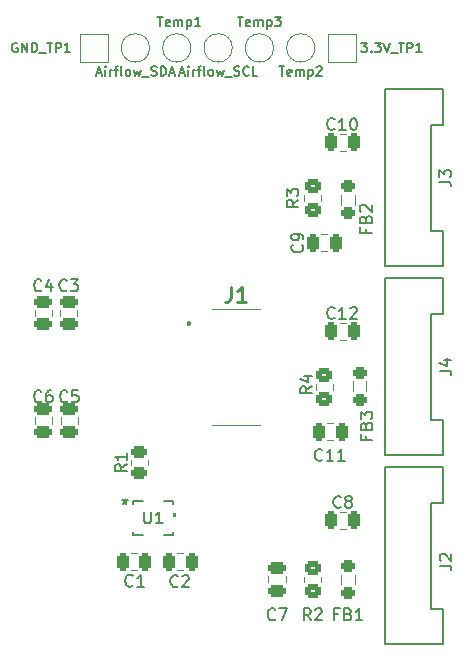
<source format=gto>
%TF.GenerationSoftware,KiCad,Pcbnew,7.0.9*%
%TF.CreationDate,2023-11-28T01:13:51-06:00*%
%TF.ProjectId,Telemetry-Peripheral-SOM-Daughterboard-IMU,54656c65-6d65-4747-9279-2d5065726970,rev?*%
%TF.SameCoordinates,Original*%
%TF.FileFunction,Legend,Top*%
%TF.FilePolarity,Positive*%
%FSLAX46Y46*%
G04 Gerber Fmt 4.6, Leading zero omitted, Abs format (unit mm)*
G04 Created by KiCad (PCBNEW 7.0.9) date 2023-11-28 01:13:51*
%MOMM*%
%LPD*%
G01*
G04 APERTURE LIST*
G04 Aperture macros list*
%AMRoundRect*
0 Rectangle with rounded corners*
0 $1 Rounding radius*
0 $2 $3 $4 $5 $6 $7 $8 $9 X,Y pos of 4 corners*
0 Add a 4 corners polygon primitive as box body*
4,1,4,$2,$3,$4,$5,$6,$7,$8,$9,$2,$3,0*
0 Add four circle primitives for the rounded corners*
1,1,$1+$1,$2,$3*
1,1,$1+$1,$4,$5*
1,1,$1+$1,$6,$7*
1,1,$1+$1,$8,$9*
0 Add four rect primitives between the rounded corners*
20,1,$1+$1,$2,$3,$4,$5,0*
20,1,$1+$1,$4,$5,$6,$7,0*
20,1,$1+$1,$6,$7,$8,$9,0*
20,1,$1+$1,$8,$9,$2,$3,0*%
G04 Aperture macros list end*
%ADD10C,0.150000*%
%ADD11C,0.254000*%
%ADD12C,0.120000*%
%ADD13C,0.100000*%
%ADD14C,0.300000*%
%ADD15C,0.152400*%
%ADD16RoundRect,0.250000X-0.250000X-0.475000X0.250000X-0.475000X0.250000X0.475000X-0.250000X0.475000X0*%
%ADD17RoundRect,0.250000X0.250000X0.475000X-0.250000X0.475000X-0.250000X-0.475000X0.250000X-0.475000X0*%
%ADD18RoundRect,0.250000X0.475000X-0.250000X0.475000X0.250000X-0.475000X0.250000X-0.475000X-0.250000X0*%
%ADD19C,1.270000*%
%ADD20C,1.700000*%
%ADD21RoundRect,0.250000X-0.350000X0.275000X-0.350000X-0.275000X0.350000X-0.275000X0.350000X0.275000X0*%
%ADD22C,2.000000*%
%ADD23R,1.800000X0.550000*%
%ADD24RoundRect,0.250000X-0.475000X0.250000X-0.475000X-0.250000X0.475000X-0.250000X0.475000X0.250000X0*%
%ADD25RoundRect,0.250000X0.450000X-0.350000X0.450000X0.350000X-0.450000X0.350000X-0.450000X-0.350000X0*%
%ADD26R,2.000000X2.000000*%
%ADD27R,0.533400X0.304800*%
%ADD28R,0.304800X0.533400*%
%ADD29C,3.000000*%
%ADD30RoundRect,0.250000X-0.450000X0.262500X-0.450000X-0.262500X0.450000X-0.262500X0.450000X0.262500X0*%
G04 APERTURE END LIST*
D10*
X157764734Y-109509580D02*
X157717115Y-109557200D01*
X157717115Y-109557200D02*
X157574258Y-109604819D01*
X157574258Y-109604819D02*
X157479020Y-109604819D01*
X157479020Y-109604819D02*
X157336163Y-109557200D01*
X157336163Y-109557200D02*
X157240925Y-109461961D01*
X157240925Y-109461961D02*
X157193306Y-109366723D01*
X157193306Y-109366723D02*
X157145687Y-109176247D01*
X157145687Y-109176247D02*
X157145687Y-109033390D01*
X157145687Y-109033390D02*
X157193306Y-108842914D01*
X157193306Y-108842914D02*
X157240925Y-108747676D01*
X157240925Y-108747676D02*
X157336163Y-108652438D01*
X157336163Y-108652438D02*
X157479020Y-108604819D01*
X157479020Y-108604819D02*
X157574258Y-108604819D01*
X157574258Y-108604819D02*
X157717115Y-108652438D01*
X157717115Y-108652438D02*
X157764734Y-108700057D01*
X158717115Y-109604819D02*
X158145687Y-109604819D01*
X158431401Y-109604819D02*
X158431401Y-108604819D01*
X158431401Y-108604819D02*
X158336163Y-108747676D01*
X158336163Y-108747676D02*
X158240925Y-108842914D01*
X158240925Y-108842914D02*
X158145687Y-108890533D01*
X172109580Y-80666666D02*
X172157200Y-80714285D01*
X172157200Y-80714285D02*
X172204819Y-80857142D01*
X172204819Y-80857142D02*
X172204819Y-80952380D01*
X172204819Y-80952380D02*
X172157200Y-81095237D01*
X172157200Y-81095237D02*
X172061961Y-81190475D01*
X172061961Y-81190475D02*
X171966723Y-81238094D01*
X171966723Y-81238094D02*
X171776247Y-81285713D01*
X171776247Y-81285713D02*
X171633390Y-81285713D01*
X171633390Y-81285713D02*
X171442914Y-81238094D01*
X171442914Y-81238094D02*
X171347676Y-81190475D01*
X171347676Y-81190475D02*
X171252438Y-81095237D01*
X171252438Y-81095237D02*
X171204819Y-80952380D01*
X171204819Y-80952380D02*
X171204819Y-80857142D01*
X171204819Y-80857142D02*
X171252438Y-80714285D01*
X171252438Y-80714285D02*
X171300057Y-80666666D01*
X172204819Y-80190475D02*
X172204819Y-79999999D01*
X172204819Y-79999999D02*
X172157200Y-79904761D01*
X172157200Y-79904761D02*
X172109580Y-79857142D01*
X172109580Y-79857142D02*
X171966723Y-79761904D01*
X171966723Y-79761904D02*
X171776247Y-79714285D01*
X171776247Y-79714285D02*
X171395295Y-79714285D01*
X171395295Y-79714285D02*
X171300057Y-79761904D01*
X171300057Y-79761904D02*
X171252438Y-79809523D01*
X171252438Y-79809523D02*
X171204819Y-79904761D01*
X171204819Y-79904761D02*
X171204819Y-80095237D01*
X171204819Y-80095237D02*
X171252438Y-80190475D01*
X171252438Y-80190475D02*
X171300057Y-80238094D01*
X171300057Y-80238094D02*
X171395295Y-80285713D01*
X171395295Y-80285713D02*
X171633390Y-80285713D01*
X171633390Y-80285713D02*
X171728628Y-80238094D01*
X171728628Y-80238094D02*
X171776247Y-80190475D01*
X171776247Y-80190475D02*
X171823866Y-80095237D01*
X171823866Y-80095237D02*
X171823866Y-79904761D01*
X171823866Y-79904761D02*
X171776247Y-79809523D01*
X171776247Y-79809523D02*
X171728628Y-79761904D01*
X171728628Y-79761904D02*
X171633390Y-79714285D01*
X175383333Y-102859580D02*
X175335714Y-102907200D01*
X175335714Y-102907200D02*
X175192857Y-102954819D01*
X175192857Y-102954819D02*
X175097619Y-102954819D01*
X175097619Y-102954819D02*
X174954762Y-102907200D01*
X174954762Y-102907200D02*
X174859524Y-102811961D01*
X174859524Y-102811961D02*
X174811905Y-102716723D01*
X174811905Y-102716723D02*
X174764286Y-102526247D01*
X174764286Y-102526247D02*
X174764286Y-102383390D01*
X174764286Y-102383390D02*
X174811905Y-102192914D01*
X174811905Y-102192914D02*
X174859524Y-102097676D01*
X174859524Y-102097676D02*
X174954762Y-102002438D01*
X174954762Y-102002438D02*
X175097619Y-101954819D01*
X175097619Y-101954819D02*
X175192857Y-101954819D01*
X175192857Y-101954819D02*
X175335714Y-102002438D01*
X175335714Y-102002438D02*
X175383333Y-102050057D01*
X175954762Y-102383390D02*
X175859524Y-102335771D01*
X175859524Y-102335771D02*
X175811905Y-102288152D01*
X175811905Y-102288152D02*
X175764286Y-102192914D01*
X175764286Y-102192914D02*
X175764286Y-102145295D01*
X175764286Y-102145295D02*
X175811905Y-102050057D01*
X175811905Y-102050057D02*
X175859524Y-102002438D01*
X175859524Y-102002438D02*
X175954762Y-101954819D01*
X175954762Y-101954819D02*
X176145238Y-101954819D01*
X176145238Y-101954819D02*
X176240476Y-102002438D01*
X176240476Y-102002438D02*
X176288095Y-102050057D01*
X176288095Y-102050057D02*
X176335714Y-102145295D01*
X176335714Y-102145295D02*
X176335714Y-102192914D01*
X176335714Y-102192914D02*
X176288095Y-102288152D01*
X176288095Y-102288152D02*
X176240476Y-102335771D01*
X176240476Y-102335771D02*
X176145238Y-102383390D01*
X176145238Y-102383390D02*
X175954762Y-102383390D01*
X175954762Y-102383390D02*
X175859524Y-102431009D01*
X175859524Y-102431009D02*
X175811905Y-102478628D01*
X175811905Y-102478628D02*
X175764286Y-102573866D01*
X175764286Y-102573866D02*
X175764286Y-102764342D01*
X175764286Y-102764342D02*
X175811905Y-102859580D01*
X175811905Y-102859580D02*
X175859524Y-102907200D01*
X175859524Y-102907200D02*
X175954762Y-102954819D01*
X175954762Y-102954819D02*
X176145238Y-102954819D01*
X176145238Y-102954819D02*
X176240476Y-102907200D01*
X176240476Y-102907200D02*
X176288095Y-102859580D01*
X176288095Y-102859580D02*
X176335714Y-102764342D01*
X176335714Y-102764342D02*
X176335714Y-102573866D01*
X176335714Y-102573866D02*
X176288095Y-102478628D01*
X176288095Y-102478628D02*
X176240476Y-102431009D01*
X176240476Y-102431009D02*
X176145238Y-102383390D01*
X150033333Y-93909580D02*
X149985714Y-93957200D01*
X149985714Y-93957200D02*
X149842857Y-94004819D01*
X149842857Y-94004819D02*
X149747619Y-94004819D01*
X149747619Y-94004819D02*
X149604762Y-93957200D01*
X149604762Y-93957200D02*
X149509524Y-93861961D01*
X149509524Y-93861961D02*
X149461905Y-93766723D01*
X149461905Y-93766723D02*
X149414286Y-93576247D01*
X149414286Y-93576247D02*
X149414286Y-93433390D01*
X149414286Y-93433390D02*
X149461905Y-93242914D01*
X149461905Y-93242914D02*
X149509524Y-93147676D01*
X149509524Y-93147676D02*
X149604762Y-93052438D01*
X149604762Y-93052438D02*
X149747619Y-93004819D01*
X149747619Y-93004819D02*
X149842857Y-93004819D01*
X149842857Y-93004819D02*
X149985714Y-93052438D01*
X149985714Y-93052438D02*
X150033333Y-93100057D01*
X150890476Y-93004819D02*
X150700000Y-93004819D01*
X150700000Y-93004819D02*
X150604762Y-93052438D01*
X150604762Y-93052438D02*
X150557143Y-93100057D01*
X150557143Y-93100057D02*
X150461905Y-93242914D01*
X150461905Y-93242914D02*
X150414286Y-93433390D01*
X150414286Y-93433390D02*
X150414286Y-93814342D01*
X150414286Y-93814342D02*
X150461905Y-93909580D01*
X150461905Y-93909580D02*
X150509524Y-93957200D01*
X150509524Y-93957200D02*
X150604762Y-94004819D01*
X150604762Y-94004819D02*
X150795238Y-94004819D01*
X150795238Y-94004819D02*
X150890476Y-93957200D01*
X150890476Y-93957200D02*
X150938095Y-93909580D01*
X150938095Y-93909580D02*
X150985714Y-93814342D01*
X150985714Y-93814342D02*
X150985714Y-93576247D01*
X150985714Y-93576247D02*
X150938095Y-93481009D01*
X150938095Y-93481009D02*
X150890476Y-93433390D01*
X150890476Y-93433390D02*
X150795238Y-93385771D01*
X150795238Y-93385771D02*
X150604762Y-93385771D01*
X150604762Y-93385771D02*
X150509524Y-93433390D01*
X150509524Y-93433390D02*
X150461905Y-93481009D01*
X150461905Y-93481009D02*
X150414286Y-93576247D01*
X183754819Y-91333333D02*
X184469104Y-91333333D01*
X184469104Y-91333333D02*
X184611961Y-91380952D01*
X184611961Y-91380952D02*
X184707200Y-91476190D01*
X184707200Y-91476190D02*
X184754819Y-91619047D01*
X184754819Y-91619047D02*
X184754819Y-91714285D01*
X184088152Y-90428571D02*
X184754819Y-90428571D01*
X183707200Y-90666666D02*
X184421485Y-90904761D01*
X184421485Y-90904761D02*
X184421485Y-90285714D01*
X183704819Y-75333333D02*
X184419104Y-75333333D01*
X184419104Y-75333333D02*
X184561961Y-75380952D01*
X184561961Y-75380952D02*
X184657200Y-75476190D01*
X184657200Y-75476190D02*
X184704819Y-75619047D01*
X184704819Y-75619047D02*
X184704819Y-75714285D01*
X183704819Y-74952380D02*
X183704819Y-74333333D01*
X183704819Y-74333333D02*
X184085771Y-74666666D01*
X184085771Y-74666666D02*
X184085771Y-74523809D01*
X184085771Y-74523809D02*
X184133390Y-74428571D01*
X184133390Y-74428571D02*
X184181009Y-74380952D01*
X184181009Y-74380952D02*
X184276247Y-74333333D01*
X184276247Y-74333333D02*
X184514342Y-74333333D01*
X184514342Y-74333333D02*
X184609580Y-74380952D01*
X184609580Y-74380952D02*
X184657200Y-74428571D01*
X184657200Y-74428571D02*
X184704819Y-74523809D01*
X184704819Y-74523809D02*
X184704819Y-74809523D01*
X184704819Y-74809523D02*
X184657200Y-74904761D01*
X184657200Y-74904761D02*
X184609580Y-74952380D01*
X177481009Y-79333333D02*
X177481009Y-79666666D01*
X178004819Y-79666666D02*
X177004819Y-79666666D01*
X177004819Y-79666666D02*
X177004819Y-79190476D01*
X177481009Y-78476190D02*
X177528628Y-78333333D01*
X177528628Y-78333333D02*
X177576247Y-78285714D01*
X177576247Y-78285714D02*
X177671485Y-78238095D01*
X177671485Y-78238095D02*
X177814342Y-78238095D01*
X177814342Y-78238095D02*
X177909580Y-78285714D01*
X177909580Y-78285714D02*
X177957200Y-78333333D01*
X177957200Y-78333333D02*
X178004819Y-78428571D01*
X178004819Y-78428571D02*
X178004819Y-78809523D01*
X178004819Y-78809523D02*
X177004819Y-78809523D01*
X177004819Y-78809523D02*
X177004819Y-78476190D01*
X177004819Y-78476190D02*
X177052438Y-78380952D01*
X177052438Y-78380952D02*
X177100057Y-78333333D01*
X177100057Y-78333333D02*
X177195295Y-78285714D01*
X177195295Y-78285714D02*
X177290533Y-78285714D01*
X177290533Y-78285714D02*
X177385771Y-78333333D01*
X177385771Y-78333333D02*
X177433390Y-78380952D01*
X177433390Y-78380952D02*
X177481009Y-78476190D01*
X177481009Y-78476190D02*
X177481009Y-78809523D01*
X177100057Y-77857142D02*
X177052438Y-77809523D01*
X177052438Y-77809523D02*
X177004819Y-77714285D01*
X177004819Y-77714285D02*
X177004819Y-77476190D01*
X177004819Y-77476190D02*
X177052438Y-77380952D01*
X177052438Y-77380952D02*
X177100057Y-77333333D01*
X177100057Y-77333333D02*
X177195295Y-77285714D01*
X177195295Y-77285714D02*
X177290533Y-77285714D01*
X177290533Y-77285714D02*
X177433390Y-77333333D01*
X177433390Y-77333333D02*
X178004819Y-77904761D01*
X178004819Y-77904761D02*
X178004819Y-77285714D01*
X174857142Y-86859580D02*
X174809523Y-86907200D01*
X174809523Y-86907200D02*
X174666666Y-86954819D01*
X174666666Y-86954819D02*
X174571428Y-86954819D01*
X174571428Y-86954819D02*
X174428571Y-86907200D01*
X174428571Y-86907200D02*
X174333333Y-86811961D01*
X174333333Y-86811961D02*
X174285714Y-86716723D01*
X174285714Y-86716723D02*
X174238095Y-86526247D01*
X174238095Y-86526247D02*
X174238095Y-86383390D01*
X174238095Y-86383390D02*
X174285714Y-86192914D01*
X174285714Y-86192914D02*
X174333333Y-86097676D01*
X174333333Y-86097676D02*
X174428571Y-86002438D01*
X174428571Y-86002438D02*
X174571428Y-85954819D01*
X174571428Y-85954819D02*
X174666666Y-85954819D01*
X174666666Y-85954819D02*
X174809523Y-86002438D01*
X174809523Y-86002438D02*
X174857142Y-86050057D01*
X175809523Y-86954819D02*
X175238095Y-86954819D01*
X175523809Y-86954819D02*
X175523809Y-85954819D01*
X175523809Y-85954819D02*
X175428571Y-86097676D01*
X175428571Y-86097676D02*
X175333333Y-86192914D01*
X175333333Y-86192914D02*
X175238095Y-86240533D01*
X176190476Y-86050057D02*
X176238095Y-86002438D01*
X176238095Y-86002438D02*
X176333333Y-85954819D01*
X176333333Y-85954819D02*
X176571428Y-85954819D01*
X176571428Y-85954819D02*
X176666666Y-86002438D01*
X176666666Y-86002438D02*
X176714285Y-86050057D01*
X176714285Y-86050057D02*
X176761904Y-86145295D01*
X176761904Y-86145295D02*
X176761904Y-86240533D01*
X176761904Y-86240533D02*
X176714285Y-86383390D01*
X176714285Y-86383390D02*
X176142857Y-86954819D01*
X176142857Y-86954819D02*
X176761904Y-86954819D01*
X154723809Y-66133723D02*
X155104762Y-66133723D01*
X154647619Y-66362295D02*
X154914286Y-65562295D01*
X154914286Y-65562295D02*
X155180952Y-66362295D01*
X155447619Y-66362295D02*
X155447619Y-65828961D01*
X155447619Y-65562295D02*
X155409523Y-65600390D01*
X155409523Y-65600390D02*
X155447619Y-65638485D01*
X155447619Y-65638485D02*
X155485714Y-65600390D01*
X155485714Y-65600390D02*
X155447619Y-65562295D01*
X155447619Y-65562295D02*
X155447619Y-65638485D01*
X155828571Y-66362295D02*
X155828571Y-65828961D01*
X155828571Y-65981342D02*
X155866666Y-65905152D01*
X155866666Y-65905152D02*
X155904761Y-65867057D01*
X155904761Y-65867057D02*
X155980952Y-65828961D01*
X155980952Y-65828961D02*
X156057142Y-65828961D01*
X156209523Y-65828961D02*
X156514285Y-65828961D01*
X156323809Y-66362295D02*
X156323809Y-65676580D01*
X156323809Y-65676580D02*
X156361904Y-65600390D01*
X156361904Y-65600390D02*
X156438094Y-65562295D01*
X156438094Y-65562295D02*
X156514285Y-65562295D01*
X156895237Y-66362295D02*
X156819047Y-66324200D01*
X156819047Y-66324200D02*
X156780952Y-66248009D01*
X156780952Y-66248009D02*
X156780952Y-65562295D01*
X157314285Y-66362295D02*
X157238095Y-66324200D01*
X157238095Y-66324200D02*
X157200000Y-66286104D01*
X157200000Y-66286104D02*
X157161904Y-66209914D01*
X157161904Y-66209914D02*
X157161904Y-65981342D01*
X157161904Y-65981342D02*
X157200000Y-65905152D01*
X157200000Y-65905152D02*
X157238095Y-65867057D01*
X157238095Y-65867057D02*
X157314285Y-65828961D01*
X157314285Y-65828961D02*
X157428571Y-65828961D01*
X157428571Y-65828961D02*
X157504762Y-65867057D01*
X157504762Y-65867057D02*
X157542857Y-65905152D01*
X157542857Y-65905152D02*
X157580952Y-65981342D01*
X157580952Y-65981342D02*
X157580952Y-66209914D01*
X157580952Y-66209914D02*
X157542857Y-66286104D01*
X157542857Y-66286104D02*
X157504762Y-66324200D01*
X157504762Y-66324200D02*
X157428571Y-66362295D01*
X157428571Y-66362295D02*
X157314285Y-66362295D01*
X157847619Y-65828961D02*
X158000000Y-66362295D01*
X158000000Y-66362295D02*
X158152381Y-65981342D01*
X158152381Y-65981342D02*
X158304762Y-66362295D01*
X158304762Y-66362295D02*
X158457143Y-65828961D01*
X158571429Y-66438485D02*
X159180952Y-66438485D01*
X159333333Y-66324200D02*
X159447619Y-66362295D01*
X159447619Y-66362295D02*
X159638095Y-66362295D01*
X159638095Y-66362295D02*
X159714286Y-66324200D01*
X159714286Y-66324200D02*
X159752381Y-66286104D01*
X159752381Y-66286104D02*
X159790476Y-66209914D01*
X159790476Y-66209914D02*
X159790476Y-66133723D01*
X159790476Y-66133723D02*
X159752381Y-66057533D01*
X159752381Y-66057533D02*
X159714286Y-66019438D01*
X159714286Y-66019438D02*
X159638095Y-65981342D01*
X159638095Y-65981342D02*
X159485714Y-65943247D01*
X159485714Y-65943247D02*
X159409524Y-65905152D01*
X159409524Y-65905152D02*
X159371429Y-65867057D01*
X159371429Y-65867057D02*
X159333333Y-65790866D01*
X159333333Y-65790866D02*
X159333333Y-65714676D01*
X159333333Y-65714676D02*
X159371429Y-65638485D01*
X159371429Y-65638485D02*
X159409524Y-65600390D01*
X159409524Y-65600390D02*
X159485714Y-65562295D01*
X159485714Y-65562295D02*
X159676191Y-65562295D01*
X159676191Y-65562295D02*
X159790476Y-65600390D01*
X160133334Y-66362295D02*
X160133334Y-65562295D01*
X160133334Y-65562295D02*
X160323810Y-65562295D01*
X160323810Y-65562295D02*
X160438096Y-65600390D01*
X160438096Y-65600390D02*
X160514286Y-65676580D01*
X160514286Y-65676580D02*
X160552381Y-65752771D01*
X160552381Y-65752771D02*
X160590477Y-65905152D01*
X160590477Y-65905152D02*
X160590477Y-66019438D01*
X160590477Y-66019438D02*
X160552381Y-66171819D01*
X160552381Y-66171819D02*
X160514286Y-66248009D01*
X160514286Y-66248009D02*
X160438096Y-66324200D01*
X160438096Y-66324200D02*
X160323810Y-66362295D01*
X160323810Y-66362295D02*
X160133334Y-66362295D01*
X160895238Y-66133723D02*
X161276191Y-66133723D01*
X160819048Y-66362295D02*
X161085715Y-65562295D01*
X161085715Y-65562295D02*
X161352381Y-66362295D01*
D11*
X166076667Y-84204318D02*
X166076667Y-85111461D01*
X166076667Y-85111461D02*
X166016190Y-85292889D01*
X166016190Y-85292889D02*
X165895238Y-85413842D01*
X165895238Y-85413842D02*
X165713809Y-85474318D01*
X165713809Y-85474318D02*
X165592857Y-85474318D01*
X167346667Y-85474318D02*
X166620952Y-85474318D01*
X166983809Y-85474318D02*
X166983809Y-84204318D01*
X166983809Y-84204318D02*
X166862857Y-84385746D01*
X166862857Y-84385746D02*
X166741905Y-84506699D01*
X166741905Y-84506699D02*
X166620952Y-84567175D01*
D10*
X174857142Y-70859580D02*
X174809523Y-70907200D01*
X174809523Y-70907200D02*
X174666666Y-70954819D01*
X174666666Y-70954819D02*
X174571428Y-70954819D01*
X174571428Y-70954819D02*
X174428571Y-70907200D01*
X174428571Y-70907200D02*
X174333333Y-70811961D01*
X174333333Y-70811961D02*
X174285714Y-70716723D01*
X174285714Y-70716723D02*
X174238095Y-70526247D01*
X174238095Y-70526247D02*
X174238095Y-70383390D01*
X174238095Y-70383390D02*
X174285714Y-70192914D01*
X174285714Y-70192914D02*
X174333333Y-70097676D01*
X174333333Y-70097676D02*
X174428571Y-70002438D01*
X174428571Y-70002438D02*
X174571428Y-69954819D01*
X174571428Y-69954819D02*
X174666666Y-69954819D01*
X174666666Y-69954819D02*
X174809523Y-70002438D01*
X174809523Y-70002438D02*
X174857142Y-70050057D01*
X175809523Y-70954819D02*
X175238095Y-70954819D01*
X175523809Y-70954819D02*
X175523809Y-69954819D01*
X175523809Y-69954819D02*
X175428571Y-70097676D01*
X175428571Y-70097676D02*
X175333333Y-70192914D01*
X175333333Y-70192914D02*
X175238095Y-70240533D01*
X176428571Y-69954819D02*
X176523809Y-69954819D01*
X176523809Y-69954819D02*
X176619047Y-70002438D01*
X176619047Y-70002438D02*
X176666666Y-70050057D01*
X176666666Y-70050057D02*
X176714285Y-70145295D01*
X176714285Y-70145295D02*
X176761904Y-70335771D01*
X176761904Y-70335771D02*
X176761904Y-70573866D01*
X176761904Y-70573866D02*
X176714285Y-70764342D01*
X176714285Y-70764342D02*
X176666666Y-70859580D01*
X176666666Y-70859580D02*
X176619047Y-70907200D01*
X176619047Y-70907200D02*
X176523809Y-70954819D01*
X176523809Y-70954819D02*
X176428571Y-70954819D01*
X176428571Y-70954819D02*
X176333333Y-70907200D01*
X176333333Y-70907200D02*
X176285714Y-70859580D01*
X176285714Y-70859580D02*
X176238095Y-70764342D01*
X176238095Y-70764342D02*
X176190476Y-70573866D01*
X176190476Y-70573866D02*
X176190476Y-70335771D01*
X176190476Y-70335771D02*
X176238095Y-70145295D01*
X176238095Y-70145295D02*
X176285714Y-70050057D01*
X176285714Y-70050057D02*
X176333333Y-70002438D01*
X176333333Y-70002438D02*
X176428571Y-69954819D01*
X173807142Y-98859580D02*
X173759523Y-98907200D01*
X173759523Y-98907200D02*
X173616666Y-98954819D01*
X173616666Y-98954819D02*
X173521428Y-98954819D01*
X173521428Y-98954819D02*
X173378571Y-98907200D01*
X173378571Y-98907200D02*
X173283333Y-98811961D01*
X173283333Y-98811961D02*
X173235714Y-98716723D01*
X173235714Y-98716723D02*
X173188095Y-98526247D01*
X173188095Y-98526247D02*
X173188095Y-98383390D01*
X173188095Y-98383390D02*
X173235714Y-98192914D01*
X173235714Y-98192914D02*
X173283333Y-98097676D01*
X173283333Y-98097676D02*
X173378571Y-98002438D01*
X173378571Y-98002438D02*
X173521428Y-97954819D01*
X173521428Y-97954819D02*
X173616666Y-97954819D01*
X173616666Y-97954819D02*
X173759523Y-98002438D01*
X173759523Y-98002438D02*
X173807142Y-98050057D01*
X174759523Y-98954819D02*
X174188095Y-98954819D01*
X174473809Y-98954819D02*
X174473809Y-97954819D01*
X174473809Y-97954819D02*
X174378571Y-98097676D01*
X174378571Y-98097676D02*
X174283333Y-98192914D01*
X174283333Y-98192914D02*
X174188095Y-98240533D01*
X175711904Y-98954819D02*
X175140476Y-98954819D01*
X175426190Y-98954819D02*
X175426190Y-97954819D01*
X175426190Y-97954819D02*
X175330952Y-98097676D01*
X175330952Y-98097676D02*
X175235714Y-98192914D01*
X175235714Y-98192914D02*
X175140476Y-98240533D01*
X152233333Y-93909580D02*
X152185714Y-93957200D01*
X152185714Y-93957200D02*
X152042857Y-94004819D01*
X152042857Y-94004819D02*
X151947619Y-94004819D01*
X151947619Y-94004819D02*
X151804762Y-93957200D01*
X151804762Y-93957200D02*
X151709524Y-93861961D01*
X151709524Y-93861961D02*
X151661905Y-93766723D01*
X151661905Y-93766723D02*
X151614286Y-93576247D01*
X151614286Y-93576247D02*
X151614286Y-93433390D01*
X151614286Y-93433390D02*
X151661905Y-93242914D01*
X151661905Y-93242914D02*
X151709524Y-93147676D01*
X151709524Y-93147676D02*
X151804762Y-93052438D01*
X151804762Y-93052438D02*
X151947619Y-93004819D01*
X151947619Y-93004819D02*
X152042857Y-93004819D01*
X152042857Y-93004819D02*
X152185714Y-93052438D01*
X152185714Y-93052438D02*
X152233333Y-93100057D01*
X153138095Y-93004819D02*
X152661905Y-93004819D01*
X152661905Y-93004819D02*
X152614286Y-93481009D01*
X152614286Y-93481009D02*
X152661905Y-93433390D01*
X152661905Y-93433390D02*
X152757143Y-93385771D01*
X152757143Y-93385771D02*
X152995238Y-93385771D01*
X152995238Y-93385771D02*
X153090476Y-93433390D01*
X153090476Y-93433390D02*
X153138095Y-93481009D01*
X153138095Y-93481009D02*
X153185714Y-93576247D01*
X153185714Y-93576247D02*
X153185714Y-93814342D01*
X153185714Y-93814342D02*
X153138095Y-93909580D01*
X153138095Y-93909580D02*
X153090476Y-93957200D01*
X153090476Y-93957200D02*
X152995238Y-94004819D01*
X152995238Y-94004819D02*
X152757143Y-94004819D01*
X152757143Y-94004819D02*
X152661905Y-93957200D01*
X152661905Y-93957200D02*
X152614286Y-93909580D01*
X159866642Y-61362295D02*
X160323785Y-61362295D01*
X160095213Y-62162295D02*
X160095213Y-61362295D01*
X160895214Y-62124200D02*
X160819023Y-62162295D01*
X160819023Y-62162295D02*
X160666642Y-62162295D01*
X160666642Y-62162295D02*
X160590452Y-62124200D01*
X160590452Y-62124200D02*
X160552356Y-62048009D01*
X160552356Y-62048009D02*
X160552356Y-61743247D01*
X160552356Y-61743247D02*
X160590452Y-61667057D01*
X160590452Y-61667057D02*
X160666642Y-61628961D01*
X160666642Y-61628961D02*
X160819023Y-61628961D01*
X160819023Y-61628961D02*
X160895214Y-61667057D01*
X160895214Y-61667057D02*
X160933309Y-61743247D01*
X160933309Y-61743247D02*
X160933309Y-61819438D01*
X160933309Y-61819438D02*
X160552356Y-61895628D01*
X161276166Y-62162295D02*
X161276166Y-61628961D01*
X161276166Y-61705152D02*
X161314261Y-61667057D01*
X161314261Y-61667057D02*
X161390451Y-61628961D01*
X161390451Y-61628961D02*
X161504737Y-61628961D01*
X161504737Y-61628961D02*
X161580928Y-61667057D01*
X161580928Y-61667057D02*
X161619023Y-61743247D01*
X161619023Y-61743247D02*
X161619023Y-62162295D01*
X161619023Y-61743247D02*
X161657118Y-61667057D01*
X161657118Y-61667057D02*
X161733309Y-61628961D01*
X161733309Y-61628961D02*
X161847594Y-61628961D01*
X161847594Y-61628961D02*
X161923785Y-61667057D01*
X161923785Y-61667057D02*
X161961880Y-61743247D01*
X161961880Y-61743247D02*
X161961880Y-62162295D01*
X162342833Y-61628961D02*
X162342833Y-62428961D01*
X162342833Y-61667057D02*
X162419023Y-61628961D01*
X162419023Y-61628961D02*
X162571404Y-61628961D01*
X162571404Y-61628961D02*
X162647595Y-61667057D01*
X162647595Y-61667057D02*
X162685690Y-61705152D01*
X162685690Y-61705152D02*
X162723785Y-61781342D01*
X162723785Y-61781342D02*
X162723785Y-62009914D01*
X162723785Y-62009914D02*
X162685690Y-62086104D01*
X162685690Y-62086104D02*
X162647595Y-62124200D01*
X162647595Y-62124200D02*
X162571404Y-62162295D01*
X162571404Y-62162295D02*
X162419023Y-62162295D01*
X162419023Y-62162295D02*
X162342833Y-62124200D01*
X163485690Y-62162295D02*
X163028547Y-62162295D01*
X163257119Y-62162295D02*
X163257119Y-61362295D01*
X163257119Y-61362295D02*
X163180928Y-61476580D01*
X163180928Y-61476580D02*
X163104738Y-61552771D01*
X163104738Y-61552771D02*
X163028547Y-61590866D01*
X171804819Y-76866666D02*
X171328628Y-77199999D01*
X171804819Y-77438094D02*
X170804819Y-77438094D01*
X170804819Y-77438094D02*
X170804819Y-77057142D01*
X170804819Y-77057142D02*
X170852438Y-76961904D01*
X170852438Y-76961904D02*
X170900057Y-76914285D01*
X170900057Y-76914285D02*
X170995295Y-76866666D01*
X170995295Y-76866666D02*
X171138152Y-76866666D01*
X171138152Y-76866666D02*
X171233390Y-76914285D01*
X171233390Y-76914285D02*
X171281009Y-76961904D01*
X171281009Y-76961904D02*
X171328628Y-77057142D01*
X171328628Y-77057142D02*
X171328628Y-77438094D01*
X170804819Y-76533332D02*
X170804819Y-75914285D01*
X170804819Y-75914285D02*
X171185771Y-76247618D01*
X171185771Y-76247618D02*
X171185771Y-76104761D01*
X171185771Y-76104761D02*
X171233390Y-76009523D01*
X171233390Y-76009523D02*
X171281009Y-75961904D01*
X171281009Y-75961904D02*
X171376247Y-75914285D01*
X171376247Y-75914285D02*
X171614342Y-75914285D01*
X171614342Y-75914285D02*
X171709580Y-75961904D01*
X171709580Y-75961904D02*
X171757200Y-76009523D01*
X171757200Y-76009523D02*
X171804819Y-76104761D01*
X171804819Y-76104761D02*
X171804819Y-76390475D01*
X171804819Y-76390475D02*
X171757200Y-76485713D01*
X171757200Y-76485713D02*
X171709580Y-76533332D01*
X166664284Y-61362295D02*
X167121427Y-61362295D01*
X166892855Y-62162295D02*
X166892855Y-61362295D01*
X167692856Y-62124200D02*
X167616665Y-62162295D01*
X167616665Y-62162295D02*
X167464284Y-62162295D01*
X167464284Y-62162295D02*
X167388094Y-62124200D01*
X167388094Y-62124200D02*
X167349998Y-62048009D01*
X167349998Y-62048009D02*
X167349998Y-61743247D01*
X167349998Y-61743247D02*
X167388094Y-61667057D01*
X167388094Y-61667057D02*
X167464284Y-61628961D01*
X167464284Y-61628961D02*
X167616665Y-61628961D01*
X167616665Y-61628961D02*
X167692856Y-61667057D01*
X167692856Y-61667057D02*
X167730951Y-61743247D01*
X167730951Y-61743247D02*
X167730951Y-61819438D01*
X167730951Y-61819438D02*
X167349998Y-61895628D01*
X168073808Y-62162295D02*
X168073808Y-61628961D01*
X168073808Y-61705152D02*
X168111903Y-61667057D01*
X168111903Y-61667057D02*
X168188093Y-61628961D01*
X168188093Y-61628961D02*
X168302379Y-61628961D01*
X168302379Y-61628961D02*
X168378570Y-61667057D01*
X168378570Y-61667057D02*
X168416665Y-61743247D01*
X168416665Y-61743247D02*
X168416665Y-62162295D01*
X168416665Y-61743247D02*
X168454760Y-61667057D01*
X168454760Y-61667057D02*
X168530951Y-61628961D01*
X168530951Y-61628961D02*
X168645236Y-61628961D01*
X168645236Y-61628961D02*
X168721427Y-61667057D01*
X168721427Y-61667057D02*
X168759522Y-61743247D01*
X168759522Y-61743247D02*
X168759522Y-62162295D01*
X169140475Y-61628961D02*
X169140475Y-62428961D01*
X169140475Y-61667057D02*
X169216665Y-61628961D01*
X169216665Y-61628961D02*
X169369046Y-61628961D01*
X169369046Y-61628961D02*
X169445237Y-61667057D01*
X169445237Y-61667057D02*
X169483332Y-61705152D01*
X169483332Y-61705152D02*
X169521427Y-61781342D01*
X169521427Y-61781342D02*
X169521427Y-62009914D01*
X169521427Y-62009914D02*
X169483332Y-62086104D01*
X169483332Y-62086104D02*
X169445237Y-62124200D01*
X169445237Y-62124200D02*
X169369046Y-62162295D01*
X169369046Y-62162295D02*
X169216665Y-62162295D01*
X169216665Y-62162295D02*
X169140475Y-62124200D01*
X169788094Y-61362295D02*
X170283332Y-61362295D01*
X170283332Y-61362295D02*
X170016666Y-61667057D01*
X170016666Y-61667057D02*
X170130951Y-61667057D01*
X170130951Y-61667057D02*
X170207142Y-61705152D01*
X170207142Y-61705152D02*
X170245237Y-61743247D01*
X170245237Y-61743247D02*
X170283332Y-61819438D01*
X170283332Y-61819438D02*
X170283332Y-62009914D01*
X170283332Y-62009914D02*
X170245237Y-62086104D01*
X170245237Y-62086104D02*
X170207142Y-62124200D01*
X170207142Y-62124200D02*
X170130951Y-62162295D01*
X170130951Y-62162295D02*
X169902380Y-62162295D01*
X169902380Y-62162295D02*
X169826189Y-62124200D01*
X169826189Y-62124200D02*
X169788094Y-62086104D01*
X150033333Y-84509580D02*
X149985714Y-84557200D01*
X149985714Y-84557200D02*
X149842857Y-84604819D01*
X149842857Y-84604819D02*
X149747619Y-84604819D01*
X149747619Y-84604819D02*
X149604762Y-84557200D01*
X149604762Y-84557200D02*
X149509524Y-84461961D01*
X149509524Y-84461961D02*
X149461905Y-84366723D01*
X149461905Y-84366723D02*
X149414286Y-84176247D01*
X149414286Y-84176247D02*
X149414286Y-84033390D01*
X149414286Y-84033390D02*
X149461905Y-83842914D01*
X149461905Y-83842914D02*
X149509524Y-83747676D01*
X149509524Y-83747676D02*
X149604762Y-83652438D01*
X149604762Y-83652438D02*
X149747619Y-83604819D01*
X149747619Y-83604819D02*
X149842857Y-83604819D01*
X149842857Y-83604819D02*
X149985714Y-83652438D01*
X149985714Y-83652438D02*
X150033333Y-83700057D01*
X150890476Y-83938152D02*
X150890476Y-84604819D01*
X150652381Y-83557200D02*
X150414286Y-84271485D01*
X150414286Y-84271485D02*
X151033333Y-84271485D01*
X152183333Y-84509580D02*
X152135714Y-84557200D01*
X152135714Y-84557200D02*
X151992857Y-84604819D01*
X151992857Y-84604819D02*
X151897619Y-84604819D01*
X151897619Y-84604819D02*
X151754762Y-84557200D01*
X151754762Y-84557200D02*
X151659524Y-84461961D01*
X151659524Y-84461961D02*
X151611905Y-84366723D01*
X151611905Y-84366723D02*
X151564286Y-84176247D01*
X151564286Y-84176247D02*
X151564286Y-84033390D01*
X151564286Y-84033390D02*
X151611905Y-83842914D01*
X151611905Y-83842914D02*
X151659524Y-83747676D01*
X151659524Y-83747676D02*
X151754762Y-83652438D01*
X151754762Y-83652438D02*
X151897619Y-83604819D01*
X151897619Y-83604819D02*
X151992857Y-83604819D01*
X151992857Y-83604819D02*
X152135714Y-83652438D01*
X152135714Y-83652438D02*
X152183333Y-83700057D01*
X152516667Y-83604819D02*
X153135714Y-83604819D01*
X153135714Y-83604819D02*
X152802381Y-83985771D01*
X152802381Y-83985771D02*
X152945238Y-83985771D01*
X152945238Y-83985771D02*
X153040476Y-84033390D01*
X153040476Y-84033390D02*
X153088095Y-84081009D01*
X153088095Y-84081009D02*
X153135714Y-84176247D01*
X153135714Y-84176247D02*
X153135714Y-84414342D01*
X153135714Y-84414342D02*
X153088095Y-84509580D01*
X153088095Y-84509580D02*
X153040476Y-84557200D01*
X153040476Y-84557200D02*
X152945238Y-84604819D01*
X152945238Y-84604819D02*
X152659524Y-84604819D01*
X152659524Y-84604819D02*
X152564286Y-84557200D01*
X152564286Y-84557200D02*
X152516667Y-84509580D01*
X177128571Y-63562295D02*
X177623809Y-63562295D01*
X177623809Y-63562295D02*
X177357143Y-63867057D01*
X177357143Y-63867057D02*
X177471428Y-63867057D01*
X177471428Y-63867057D02*
X177547619Y-63905152D01*
X177547619Y-63905152D02*
X177585714Y-63943247D01*
X177585714Y-63943247D02*
X177623809Y-64019438D01*
X177623809Y-64019438D02*
X177623809Y-64209914D01*
X177623809Y-64209914D02*
X177585714Y-64286104D01*
X177585714Y-64286104D02*
X177547619Y-64324200D01*
X177547619Y-64324200D02*
X177471428Y-64362295D01*
X177471428Y-64362295D02*
X177242857Y-64362295D01*
X177242857Y-64362295D02*
X177166666Y-64324200D01*
X177166666Y-64324200D02*
X177128571Y-64286104D01*
X177966667Y-64286104D02*
X178004762Y-64324200D01*
X178004762Y-64324200D02*
X177966667Y-64362295D01*
X177966667Y-64362295D02*
X177928571Y-64324200D01*
X177928571Y-64324200D02*
X177966667Y-64286104D01*
X177966667Y-64286104D02*
X177966667Y-64362295D01*
X178271428Y-63562295D02*
X178766666Y-63562295D01*
X178766666Y-63562295D02*
X178500000Y-63867057D01*
X178500000Y-63867057D02*
X178614285Y-63867057D01*
X178614285Y-63867057D02*
X178690476Y-63905152D01*
X178690476Y-63905152D02*
X178728571Y-63943247D01*
X178728571Y-63943247D02*
X178766666Y-64019438D01*
X178766666Y-64019438D02*
X178766666Y-64209914D01*
X178766666Y-64209914D02*
X178728571Y-64286104D01*
X178728571Y-64286104D02*
X178690476Y-64324200D01*
X178690476Y-64324200D02*
X178614285Y-64362295D01*
X178614285Y-64362295D02*
X178385714Y-64362295D01*
X178385714Y-64362295D02*
X178309523Y-64324200D01*
X178309523Y-64324200D02*
X178271428Y-64286104D01*
X178995238Y-63562295D02*
X179261905Y-64362295D01*
X179261905Y-64362295D02*
X179528571Y-63562295D01*
X179604762Y-64438485D02*
X180214285Y-64438485D01*
X180290476Y-63562295D02*
X180747619Y-63562295D01*
X180519047Y-64362295D02*
X180519047Y-63562295D01*
X181014286Y-64362295D02*
X181014286Y-63562295D01*
X181014286Y-63562295D02*
X181319048Y-63562295D01*
X181319048Y-63562295D02*
X181395238Y-63600390D01*
X181395238Y-63600390D02*
X181433333Y-63638485D01*
X181433333Y-63638485D02*
X181471429Y-63714676D01*
X181471429Y-63714676D02*
X181471429Y-63828961D01*
X181471429Y-63828961D02*
X181433333Y-63905152D01*
X181433333Y-63905152D02*
X181395238Y-63943247D01*
X181395238Y-63943247D02*
X181319048Y-63981342D01*
X181319048Y-63981342D02*
X181014286Y-63981342D01*
X182233333Y-64362295D02*
X181776190Y-64362295D01*
X182004762Y-64362295D02*
X182004762Y-63562295D01*
X182004762Y-63562295D02*
X181928571Y-63676580D01*
X181928571Y-63676580D02*
X181852381Y-63752771D01*
X181852381Y-63752771D02*
X181776190Y-63790866D01*
X169833333Y-112359580D02*
X169785714Y-112407200D01*
X169785714Y-112407200D02*
X169642857Y-112454819D01*
X169642857Y-112454819D02*
X169547619Y-112454819D01*
X169547619Y-112454819D02*
X169404762Y-112407200D01*
X169404762Y-112407200D02*
X169309524Y-112311961D01*
X169309524Y-112311961D02*
X169261905Y-112216723D01*
X169261905Y-112216723D02*
X169214286Y-112026247D01*
X169214286Y-112026247D02*
X169214286Y-111883390D01*
X169214286Y-111883390D02*
X169261905Y-111692914D01*
X169261905Y-111692914D02*
X169309524Y-111597676D01*
X169309524Y-111597676D02*
X169404762Y-111502438D01*
X169404762Y-111502438D02*
X169547619Y-111454819D01*
X169547619Y-111454819D02*
X169642857Y-111454819D01*
X169642857Y-111454819D02*
X169785714Y-111502438D01*
X169785714Y-111502438D02*
X169833333Y-111550057D01*
X170166667Y-111454819D02*
X170833333Y-111454819D01*
X170833333Y-111454819D02*
X170404762Y-112454819D01*
X158738096Y-103254518D02*
X158738096Y-104064041D01*
X158738096Y-104064041D02*
X158785715Y-104159279D01*
X158785715Y-104159279D02*
X158833334Y-104206899D01*
X158833334Y-104206899D02*
X158928572Y-104254518D01*
X158928572Y-104254518D02*
X159119048Y-104254518D01*
X159119048Y-104254518D02*
X159214286Y-104206899D01*
X159214286Y-104206899D02*
X159261905Y-104159279D01*
X159261905Y-104159279D02*
X159309524Y-104064041D01*
X159309524Y-104064041D02*
X159309524Y-103254518D01*
X160309524Y-104254518D02*
X159738096Y-104254518D01*
X160023810Y-104254518D02*
X160023810Y-103254518D01*
X160023810Y-103254518D02*
X159928572Y-103397375D01*
X159928572Y-103397375D02*
X159833334Y-103492613D01*
X159833334Y-103492613D02*
X159738096Y-103540232D01*
X157100000Y-102154819D02*
X157100000Y-102392914D01*
X156861905Y-102297676D02*
X157100000Y-102392914D01*
X157100000Y-102392914D02*
X157338095Y-102297676D01*
X156957143Y-102583390D02*
X157100000Y-102392914D01*
X157100000Y-102392914D02*
X157242857Y-102583390D01*
X172833333Y-112454819D02*
X172500000Y-111978628D01*
X172261905Y-112454819D02*
X172261905Y-111454819D01*
X172261905Y-111454819D02*
X172642857Y-111454819D01*
X172642857Y-111454819D02*
X172738095Y-111502438D01*
X172738095Y-111502438D02*
X172785714Y-111550057D01*
X172785714Y-111550057D02*
X172833333Y-111645295D01*
X172833333Y-111645295D02*
X172833333Y-111788152D01*
X172833333Y-111788152D02*
X172785714Y-111883390D01*
X172785714Y-111883390D02*
X172738095Y-111931009D01*
X172738095Y-111931009D02*
X172642857Y-111978628D01*
X172642857Y-111978628D02*
X172261905Y-111978628D01*
X173214286Y-111550057D02*
X173261905Y-111502438D01*
X173261905Y-111502438D02*
X173357143Y-111454819D01*
X173357143Y-111454819D02*
X173595238Y-111454819D01*
X173595238Y-111454819D02*
X173690476Y-111502438D01*
X173690476Y-111502438D02*
X173738095Y-111550057D01*
X173738095Y-111550057D02*
X173785714Y-111645295D01*
X173785714Y-111645295D02*
X173785714Y-111740533D01*
X173785714Y-111740533D02*
X173738095Y-111883390D01*
X173738095Y-111883390D02*
X173166667Y-112454819D01*
X173166667Y-112454819D02*
X173785714Y-112454819D01*
X157254819Y-99266666D02*
X156778628Y-99599999D01*
X157254819Y-99838094D02*
X156254819Y-99838094D01*
X156254819Y-99838094D02*
X156254819Y-99457142D01*
X156254819Y-99457142D02*
X156302438Y-99361904D01*
X156302438Y-99361904D02*
X156350057Y-99314285D01*
X156350057Y-99314285D02*
X156445295Y-99266666D01*
X156445295Y-99266666D02*
X156588152Y-99266666D01*
X156588152Y-99266666D02*
X156683390Y-99314285D01*
X156683390Y-99314285D02*
X156731009Y-99361904D01*
X156731009Y-99361904D02*
X156778628Y-99457142D01*
X156778628Y-99457142D02*
X156778628Y-99838094D01*
X157254819Y-98314285D02*
X157254819Y-98885713D01*
X157254819Y-98599999D02*
X156254819Y-98599999D01*
X156254819Y-98599999D02*
X156397676Y-98695237D01*
X156397676Y-98695237D02*
X156492914Y-98790475D01*
X156492914Y-98790475D02*
X156540533Y-98885713D01*
X172954819Y-92666666D02*
X172478628Y-92999999D01*
X172954819Y-93238094D02*
X171954819Y-93238094D01*
X171954819Y-93238094D02*
X171954819Y-92857142D01*
X171954819Y-92857142D02*
X172002438Y-92761904D01*
X172002438Y-92761904D02*
X172050057Y-92714285D01*
X172050057Y-92714285D02*
X172145295Y-92666666D01*
X172145295Y-92666666D02*
X172288152Y-92666666D01*
X172288152Y-92666666D02*
X172383390Y-92714285D01*
X172383390Y-92714285D02*
X172431009Y-92761904D01*
X172431009Y-92761904D02*
X172478628Y-92857142D01*
X172478628Y-92857142D02*
X172478628Y-93238094D01*
X172288152Y-91809523D02*
X172954819Y-91809523D01*
X171907200Y-92047618D02*
X172621485Y-92285713D01*
X172621485Y-92285713D02*
X172621485Y-91666666D01*
X177539328Y-96833333D02*
X177539328Y-97166666D01*
X178063138Y-97166666D02*
X177063138Y-97166666D01*
X177063138Y-97166666D02*
X177063138Y-96690476D01*
X177539328Y-95976190D02*
X177586947Y-95833333D01*
X177586947Y-95833333D02*
X177634566Y-95785714D01*
X177634566Y-95785714D02*
X177729804Y-95738095D01*
X177729804Y-95738095D02*
X177872661Y-95738095D01*
X177872661Y-95738095D02*
X177967899Y-95785714D01*
X177967899Y-95785714D02*
X178015519Y-95833333D01*
X178015519Y-95833333D02*
X178063138Y-95928571D01*
X178063138Y-95928571D02*
X178063138Y-96309523D01*
X178063138Y-96309523D02*
X177063138Y-96309523D01*
X177063138Y-96309523D02*
X177063138Y-95976190D01*
X177063138Y-95976190D02*
X177110757Y-95880952D01*
X177110757Y-95880952D02*
X177158376Y-95833333D01*
X177158376Y-95833333D02*
X177253614Y-95785714D01*
X177253614Y-95785714D02*
X177348852Y-95785714D01*
X177348852Y-95785714D02*
X177444090Y-95833333D01*
X177444090Y-95833333D02*
X177491709Y-95880952D01*
X177491709Y-95880952D02*
X177539328Y-95976190D01*
X177539328Y-95976190D02*
X177539328Y-96309523D01*
X177063138Y-95404761D02*
X177063138Y-94785714D01*
X177063138Y-94785714D02*
X177444090Y-95119047D01*
X177444090Y-95119047D02*
X177444090Y-94976190D01*
X177444090Y-94976190D02*
X177491709Y-94880952D01*
X177491709Y-94880952D02*
X177539328Y-94833333D01*
X177539328Y-94833333D02*
X177634566Y-94785714D01*
X177634566Y-94785714D02*
X177872661Y-94785714D01*
X177872661Y-94785714D02*
X177967899Y-94833333D01*
X177967899Y-94833333D02*
X178015519Y-94880952D01*
X178015519Y-94880952D02*
X178063138Y-94976190D01*
X178063138Y-94976190D02*
X178063138Y-95261904D01*
X178063138Y-95261904D02*
X178015519Y-95357142D01*
X178015519Y-95357142D02*
X177967899Y-95404761D01*
X161583333Y-109559580D02*
X161535714Y-109607200D01*
X161535714Y-109607200D02*
X161392857Y-109654819D01*
X161392857Y-109654819D02*
X161297619Y-109654819D01*
X161297619Y-109654819D02*
X161154762Y-109607200D01*
X161154762Y-109607200D02*
X161059524Y-109511961D01*
X161059524Y-109511961D02*
X161011905Y-109416723D01*
X161011905Y-109416723D02*
X160964286Y-109226247D01*
X160964286Y-109226247D02*
X160964286Y-109083390D01*
X160964286Y-109083390D02*
X161011905Y-108892914D01*
X161011905Y-108892914D02*
X161059524Y-108797676D01*
X161059524Y-108797676D02*
X161154762Y-108702438D01*
X161154762Y-108702438D02*
X161297619Y-108654819D01*
X161297619Y-108654819D02*
X161392857Y-108654819D01*
X161392857Y-108654819D02*
X161535714Y-108702438D01*
X161535714Y-108702438D02*
X161583333Y-108750057D01*
X161964286Y-108750057D02*
X162011905Y-108702438D01*
X162011905Y-108702438D02*
X162107143Y-108654819D01*
X162107143Y-108654819D02*
X162345238Y-108654819D01*
X162345238Y-108654819D02*
X162440476Y-108702438D01*
X162440476Y-108702438D02*
X162488095Y-108750057D01*
X162488095Y-108750057D02*
X162535714Y-108845295D01*
X162535714Y-108845295D02*
X162535714Y-108940533D01*
X162535714Y-108940533D02*
X162488095Y-109083390D01*
X162488095Y-109083390D02*
X161916667Y-109654819D01*
X161916667Y-109654819D02*
X162535714Y-109654819D01*
X161742856Y-66133723D02*
X162123809Y-66133723D01*
X161666666Y-66362295D02*
X161933333Y-65562295D01*
X161933333Y-65562295D02*
X162199999Y-66362295D01*
X162466666Y-66362295D02*
X162466666Y-65828961D01*
X162466666Y-65562295D02*
X162428570Y-65600390D01*
X162428570Y-65600390D02*
X162466666Y-65638485D01*
X162466666Y-65638485D02*
X162504761Y-65600390D01*
X162504761Y-65600390D02*
X162466666Y-65562295D01*
X162466666Y-65562295D02*
X162466666Y-65638485D01*
X162847618Y-66362295D02*
X162847618Y-65828961D01*
X162847618Y-65981342D02*
X162885713Y-65905152D01*
X162885713Y-65905152D02*
X162923808Y-65867057D01*
X162923808Y-65867057D02*
X162999999Y-65828961D01*
X162999999Y-65828961D02*
X163076189Y-65828961D01*
X163228570Y-65828961D02*
X163533332Y-65828961D01*
X163342856Y-66362295D02*
X163342856Y-65676580D01*
X163342856Y-65676580D02*
X163380951Y-65600390D01*
X163380951Y-65600390D02*
X163457141Y-65562295D01*
X163457141Y-65562295D02*
X163533332Y-65562295D01*
X163914284Y-66362295D02*
X163838094Y-66324200D01*
X163838094Y-66324200D02*
X163799999Y-66248009D01*
X163799999Y-66248009D02*
X163799999Y-65562295D01*
X164333332Y-66362295D02*
X164257142Y-66324200D01*
X164257142Y-66324200D02*
X164219047Y-66286104D01*
X164219047Y-66286104D02*
X164180951Y-66209914D01*
X164180951Y-66209914D02*
X164180951Y-65981342D01*
X164180951Y-65981342D02*
X164219047Y-65905152D01*
X164219047Y-65905152D02*
X164257142Y-65867057D01*
X164257142Y-65867057D02*
X164333332Y-65828961D01*
X164333332Y-65828961D02*
X164447618Y-65828961D01*
X164447618Y-65828961D02*
X164523809Y-65867057D01*
X164523809Y-65867057D02*
X164561904Y-65905152D01*
X164561904Y-65905152D02*
X164599999Y-65981342D01*
X164599999Y-65981342D02*
X164599999Y-66209914D01*
X164599999Y-66209914D02*
X164561904Y-66286104D01*
X164561904Y-66286104D02*
X164523809Y-66324200D01*
X164523809Y-66324200D02*
X164447618Y-66362295D01*
X164447618Y-66362295D02*
X164333332Y-66362295D01*
X164866666Y-65828961D02*
X165019047Y-66362295D01*
X165019047Y-66362295D02*
X165171428Y-65981342D01*
X165171428Y-65981342D02*
X165323809Y-66362295D01*
X165323809Y-66362295D02*
X165476190Y-65828961D01*
X165590476Y-66438485D02*
X166199999Y-66438485D01*
X166352380Y-66324200D02*
X166466666Y-66362295D01*
X166466666Y-66362295D02*
X166657142Y-66362295D01*
X166657142Y-66362295D02*
X166733333Y-66324200D01*
X166733333Y-66324200D02*
X166771428Y-66286104D01*
X166771428Y-66286104D02*
X166809523Y-66209914D01*
X166809523Y-66209914D02*
X166809523Y-66133723D01*
X166809523Y-66133723D02*
X166771428Y-66057533D01*
X166771428Y-66057533D02*
X166733333Y-66019438D01*
X166733333Y-66019438D02*
X166657142Y-65981342D01*
X166657142Y-65981342D02*
X166504761Y-65943247D01*
X166504761Y-65943247D02*
X166428571Y-65905152D01*
X166428571Y-65905152D02*
X166390476Y-65867057D01*
X166390476Y-65867057D02*
X166352380Y-65790866D01*
X166352380Y-65790866D02*
X166352380Y-65714676D01*
X166352380Y-65714676D02*
X166390476Y-65638485D01*
X166390476Y-65638485D02*
X166428571Y-65600390D01*
X166428571Y-65600390D02*
X166504761Y-65562295D01*
X166504761Y-65562295D02*
X166695238Y-65562295D01*
X166695238Y-65562295D02*
X166809523Y-65600390D01*
X167609524Y-66286104D02*
X167571428Y-66324200D01*
X167571428Y-66324200D02*
X167457143Y-66362295D01*
X167457143Y-66362295D02*
X167380952Y-66362295D01*
X167380952Y-66362295D02*
X167266666Y-66324200D01*
X167266666Y-66324200D02*
X167190476Y-66248009D01*
X167190476Y-66248009D02*
X167152381Y-66171819D01*
X167152381Y-66171819D02*
X167114285Y-66019438D01*
X167114285Y-66019438D02*
X167114285Y-65905152D01*
X167114285Y-65905152D02*
X167152381Y-65752771D01*
X167152381Y-65752771D02*
X167190476Y-65676580D01*
X167190476Y-65676580D02*
X167266666Y-65600390D01*
X167266666Y-65600390D02*
X167380952Y-65562295D01*
X167380952Y-65562295D02*
X167457143Y-65562295D01*
X167457143Y-65562295D02*
X167571428Y-65600390D01*
X167571428Y-65600390D02*
X167609524Y-65638485D01*
X168333333Y-66362295D02*
X167952381Y-66362295D01*
X167952381Y-66362295D02*
X167952381Y-65562295D01*
X175166666Y-111931009D02*
X174833333Y-111931009D01*
X174833333Y-112454819D02*
X174833333Y-111454819D01*
X174833333Y-111454819D02*
X175309523Y-111454819D01*
X176023809Y-111931009D02*
X176166666Y-111978628D01*
X176166666Y-111978628D02*
X176214285Y-112026247D01*
X176214285Y-112026247D02*
X176261904Y-112121485D01*
X176261904Y-112121485D02*
X176261904Y-112264342D01*
X176261904Y-112264342D02*
X176214285Y-112359580D01*
X176214285Y-112359580D02*
X176166666Y-112407200D01*
X176166666Y-112407200D02*
X176071428Y-112454819D01*
X176071428Y-112454819D02*
X175690476Y-112454819D01*
X175690476Y-112454819D02*
X175690476Y-111454819D01*
X175690476Y-111454819D02*
X176023809Y-111454819D01*
X176023809Y-111454819D02*
X176119047Y-111502438D01*
X176119047Y-111502438D02*
X176166666Y-111550057D01*
X176166666Y-111550057D02*
X176214285Y-111645295D01*
X176214285Y-111645295D02*
X176214285Y-111740533D01*
X176214285Y-111740533D02*
X176166666Y-111835771D01*
X176166666Y-111835771D02*
X176119047Y-111883390D01*
X176119047Y-111883390D02*
X176023809Y-111931009D01*
X176023809Y-111931009D02*
X175690476Y-111931009D01*
X177214285Y-112454819D02*
X176642857Y-112454819D01*
X176928571Y-112454819D02*
X176928571Y-111454819D01*
X176928571Y-111454819D02*
X176833333Y-111597676D01*
X176833333Y-111597676D02*
X176738095Y-111692914D01*
X176738095Y-111692914D02*
X176642857Y-111740533D01*
X147999999Y-63600390D02*
X147923809Y-63562295D01*
X147923809Y-63562295D02*
X147809523Y-63562295D01*
X147809523Y-63562295D02*
X147695237Y-63600390D01*
X147695237Y-63600390D02*
X147619047Y-63676580D01*
X147619047Y-63676580D02*
X147580952Y-63752771D01*
X147580952Y-63752771D02*
X147542856Y-63905152D01*
X147542856Y-63905152D02*
X147542856Y-64019438D01*
X147542856Y-64019438D02*
X147580952Y-64171819D01*
X147580952Y-64171819D02*
X147619047Y-64248009D01*
X147619047Y-64248009D02*
X147695237Y-64324200D01*
X147695237Y-64324200D02*
X147809523Y-64362295D01*
X147809523Y-64362295D02*
X147885714Y-64362295D01*
X147885714Y-64362295D02*
X147999999Y-64324200D01*
X147999999Y-64324200D02*
X148038095Y-64286104D01*
X148038095Y-64286104D02*
X148038095Y-64019438D01*
X148038095Y-64019438D02*
X147885714Y-64019438D01*
X148380952Y-64362295D02*
X148380952Y-63562295D01*
X148380952Y-63562295D02*
X148838095Y-64362295D01*
X148838095Y-64362295D02*
X148838095Y-63562295D01*
X149219047Y-64362295D02*
X149219047Y-63562295D01*
X149219047Y-63562295D02*
X149409523Y-63562295D01*
X149409523Y-63562295D02*
X149523809Y-63600390D01*
X149523809Y-63600390D02*
X149599999Y-63676580D01*
X149599999Y-63676580D02*
X149638094Y-63752771D01*
X149638094Y-63752771D02*
X149676190Y-63905152D01*
X149676190Y-63905152D02*
X149676190Y-64019438D01*
X149676190Y-64019438D02*
X149638094Y-64171819D01*
X149638094Y-64171819D02*
X149599999Y-64248009D01*
X149599999Y-64248009D02*
X149523809Y-64324200D01*
X149523809Y-64324200D02*
X149409523Y-64362295D01*
X149409523Y-64362295D02*
X149219047Y-64362295D01*
X149828571Y-64438485D02*
X150438094Y-64438485D01*
X150514285Y-63562295D02*
X150971428Y-63562295D01*
X150742856Y-64362295D02*
X150742856Y-63562295D01*
X151238095Y-64362295D02*
X151238095Y-63562295D01*
X151238095Y-63562295D02*
X151542857Y-63562295D01*
X151542857Y-63562295D02*
X151619047Y-63600390D01*
X151619047Y-63600390D02*
X151657142Y-63638485D01*
X151657142Y-63638485D02*
X151695238Y-63714676D01*
X151695238Y-63714676D02*
X151695238Y-63828961D01*
X151695238Y-63828961D02*
X151657142Y-63905152D01*
X151657142Y-63905152D02*
X151619047Y-63943247D01*
X151619047Y-63943247D02*
X151542857Y-63981342D01*
X151542857Y-63981342D02*
X151238095Y-63981342D01*
X152457142Y-64362295D02*
X151999999Y-64362295D01*
X152228571Y-64362295D02*
X152228571Y-63562295D01*
X152228571Y-63562295D02*
X152152380Y-63676580D01*
X152152380Y-63676580D02*
X152076190Y-63752771D01*
X152076190Y-63752771D02*
X151999999Y-63790866D01*
X183754819Y-107833333D02*
X184469104Y-107833333D01*
X184469104Y-107833333D02*
X184611961Y-107880952D01*
X184611961Y-107880952D02*
X184707200Y-107976190D01*
X184707200Y-107976190D02*
X184754819Y-108119047D01*
X184754819Y-108119047D02*
X184754819Y-108214285D01*
X183850057Y-107404761D02*
X183802438Y-107357142D01*
X183802438Y-107357142D02*
X183754819Y-107261904D01*
X183754819Y-107261904D02*
X183754819Y-107023809D01*
X183754819Y-107023809D02*
X183802438Y-106928571D01*
X183802438Y-106928571D02*
X183850057Y-106880952D01*
X183850057Y-106880952D02*
X183945295Y-106833333D01*
X183945295Y-106833333D02*
X184040533Y-106833333D01*
X184040533Y-106833333D02*
X184183390Y-106880952D01*
X184183390Y-106880952D02*
X184754819Y-107452380D01*
X184754819Y-107452380D02*
X184754819Y-106833333D01*
X170152380Y-65562295D02*
X170609523Y-65562295D01*
X170380951Y-66362295D02*
X170380951Y-65562295D01*
X171180952Y-66324200D02*
X171104761Y-66362295D01*
X171104761Y-66362295D02*
X170952380Y-66362295D01*
X170952380Y-66362295D02*
X170876190Y-66324200D01*
X170876190Y-66324200D02*
X170838094Y-66248009D01*
X170838094Y-66248009D02*
X170838094Y-65943247D01*
X170838094Y-65943247D02*
X170876190Y-65867057D01*
X170876190Y-65867057D02*
X170952380Y-65828961D01*
X170952380Y-65828961D02*
X171104761Y-65828961D01*
X171104761Y-65828961D02*
X171180952Y-65867057D01*
X171180952Y-65867057D02*
X171219047Y-65943247D01*
X171219047Y-65943247D02*
X171219047Y-66019438D01*
X171219047Y-66019438D02*
X170838094Y-66095628D01*
X171561904Y-66362295D02*
X171561904Y-65828961D01*
X171561904Y-65905152D02*
X171599999Y-65867057D01*
X171599999Y-65867057D02*
X171676189Y-65828961D01*
X171676189Y-65828961D02*
X171790475Y-65828961D01*
X171790475Y-65828961D02*
X171866666Y-65867057D01*
X171866666Y-65867057D02*
X171904761Y-65943247D01*
X171904761Y-65943247D02*
X171904761Y-66362295D01*
X171904761Y-65943247D02*
X171942856Y-65867057D01*
X171942856Y-65867057D02*
X172019047Y-65828961D01*
X172019047Y-65828961D02*
X172133332Y-65828961D01*
X172133332Y-65828961D02*
X172209523Y-65867057D01*
X172209523Y-65867057D02*
X172247618Y-65943247D01*
X172247618Y-65943247D02*
X172247618Y-66362295D01*
X172628571Y-65828961D02*
X172628571Y-66628961D01*
X172628571Y-65867057D02*
X172704761Y-65828961D01*
X172704761Y-65828961D02*
X172857142Y-65828961D01*
X172857142Y-65828961D02*
X172933333Y-65867057D01*
X172933333Y-65867057D02*
X172971428Y-65905152D01*
X172971428Y-65905152D02*
X173009523Y-65981342D01*
X173009523Y-65981342D02*
X173009523Y-66209914D01*
X173009523Y-66209914D02*
X172971428Y-66286104D01*
X172971428Y-66286104D02*
X172933333Y-66324200D01*
X172933333Y-66324200D02*
X172857142Y-66362295D01*
X172857142Y-66362295D02*
X172704761Y-66362295D01*
X172704761Y-66362295D02*
X172628571Y-66324200D01*
X173314285Y-65638485D02*
X173352381Y-65600390D01*
X173352381Y-65600390D02*
X173428571Y-65562295D01*
X173428571Y-65562295D02*
X173619047Y-65562295D01*
X173619047Y-65562295D02*
X173695238Y-65600390D01*
X173695238Y-65600390D02*
X173733333Y-65638485D01*
X173733333Y-65638485D02*
X173771428Y-65714676D01*
X173771428Y-65714676D02*
X173771428Y-65790866D01*
X173771428Y-65790866D02*
X173733333Y-65905152D01*
X173733333Y-65905152D02*
X173276190Y-66362295D01*
X173276190Y-66362295D02*
X173771428Y-66362295D01*
D12*
%TO.C,C1*%
X157620149Y-106765000D02*
X158142653Y-106765000D01*
X157620149Y-108235000D02*
X158142653Y-108235000D01*
%TO.C,C9*%
X173738748Y-79765000D02*
X174261252Y-79765000D01*
X173738748Y-81235000D02*
X174261252Y-81235000D01*
%TO.C,C8*%
X175811252Y-104735000D02*
X175288748Y-104735000D01*
X175811252Y-103265000D02*
X175288748Y-103265000D01*
%TO.C,C6*%
X149465000Y-95811252D02*
X149465000Y-95288748D01*
X150935000Y-95811252D02*
X150935000Y-95288748D01*
D10*
%TO.C,J4*%
X184000000Y-83500000D02*
X184000000Y-86500000D01*
X179100000Y-83500000D02*
X184000000Y-83500000D01*
X184000000Y-86500000D02*
X183000000Y-86500000D01*
X183000000Y-86500000D02*
X183000000Y-95500000D01*
X184000000Y-95500000D02*
X184000000Y-98500000D01*
X183000000Y-95500000D02*
X184000000Y-95500000D01*
X184000000Y-98500000D02*
X179100000Y-98500000D01*
X179100000Y-98500000D02*
X179100000Y-83500000D01*
%TO.C,J3*%
X184000000Y-67500000D02*
X184000000Y-70500000D01*
X179100000Y-67500000D02*
X184000000Y-67500000D01*
X184000000Y-70500000D02*
X183000000Y-70500000D01*
X183000000Y-70500000D02*
X183000000Y-79500000D01*
X184000000Y-79500000D02*
X184000000Y-82500000D01*
X183000000Y-79500000D02*
X184000000Y-79500000D01*
X184000000Y-82500000D02*
X179100000Y-82500000D01*
X179100000Y-82500000D02*
X179100000Y-67500000D01*
D12*
%TO.C,FB2*%
X176560000Y-76439758D02*
X176560000Y-77260242D01*
X175440000Y-76439758D02*
X175440000Y-77260242D01*
%TO.C,C12*%
X175811252Y-88735000D02*
X175288748Y-88735000D01*
X175811252Y-87265000D02*
X175288748Y-87265000D01*
%TO.C,Airflow_SDA*%
X159200000Y-64000000D02*
G75*
G03*
X159200000Y-64000000I-1200000J0D01*
G01*
D13*
%TO.C,J1*%
X164450000Y-95900000D02*
X168550000Y-95900000D01*
D14*
X162500000Y-87400000D02*
X162500000Y-87400000D01*
X162500000Y-87300000D02*
X162500000Y-87300000D01*
D13*
X164450000Y-86100000D02*
X168550000Y-86100000D01*
D14*
X162500000Y-87300000D02*
G75*
G03*
X162500000Y-87400000I0J-50000D01*
G01*
X162500000Y-87400000D02*
G75*
G03*
X162500000Y-87300000I0J50000D01*
G01*
D12*
%TO.C,C10*%
X175811252Y-72735000D02*
X175288748Y-72735000D01*
X175811252Y-71265000D02*
X175288748Y-71265000D01*
%TO.C,C11*%
X174238748Y-95765000D02*
X174761252Y-95765000D01*
X174238748Y-97235000D02*
X174761252Y-97235000D01*
%TO.C,C5*%
X153135000Y-95288748D02*
X153135000Y-95811252D01*
X151665000Y-95288748D02*
X151665000Y-95811252D01*
%TO.C,Temp1*%
X162700000Y-64000000D02*
G75*
G03*
X162700000Y-64000000I-1200000J0D01*
G01*
%TO.C,R3*%
X172265000Y-76927064D02*
X172265000Y-76472936D01*
X173735000Y-76927064D02*
X173735000Y-76472936D01*
%TO.C,Temp3*%
X169700000Y-64000000D02*
G75*
G03*
X169700000Y-64000000I-1200000J0D01*
G01*
%TO.C,C4*%
X150935000Y-86188748D02*
X150935000Y-86711252D01*
X149465000Y-86188748D02*
X149465000Y-86711252D01*
%TO.C,C3*%
X153085000Y-86188748D02*
X153085000Y-86711252D01*
X151615000Y-86188748D02*
X151615000Y-86711252D01*
%TO.C,3.3V_TP1*%
X174300000Y-62800000D02*
X176700000Y-62800000D01*
X174300000Y-65200000D02*
X174300000Y-62800000D01*
X176700000Y-62800000D02*
X176700000Y-65200000D01*
X176700000Y-65200000D02*
X174300000Y-65200000D01*
%TO.C,C7*%
X170735000Y-108738748D02*
X170735000Y-109261252D01*
X169265000Y-108738748D02*
X169265000Y-109261252D01*
D15*
%TO.C,U1*%
X157823601Y-102377299D02*
X157823601Y-102655517D01*
X157823601Y-104943881D02*
X157823601Y-105222099D01*
X157823601Y-105222099D02*
X158605821Y-105222099D01*
X158605821Y-102377299D02*
X157823601Y-102377299D01*
X160394181Y-105222099D02*
X161176401Y-105222099D01*
X161176401Y-102377299D02*
X160394181Y-102377299D01*
X161176401Y-102655517D02*
X161176401Y-102377299D01*
X161176401Y-105222099D02*
X161176401Y-104943881D01*
G36*
X161455801Y-103740200D02*
G01*
X161201801Y-103740200D01*
X161201801Y-103359199D01*
X161455801Y-103359199D01*
X161455801Y-103740200D01*
G37*
D12*
%TO.C,R2*%
X172265000Y-109227064D02*
X172265000Y-108772936D01*
X173735000Y-109227064D02*
X173735000Y-108772936D01*
%TO.C,R1*%
X159066401Y-98872936D02*
X159066401Y-99327064D01*
X157596401Y-98872936D02*
X157596401Y-99327064D01*
%TO.C,R4*%
X173265000Y-92927064D02*
X173265000Y-92472936D01*
X174735000Y-92927064D02*
X174735000Y-92472936D01*
%TO.C,FB3*%
X177560000Y-92239758D02*
X177560000Y-93060242D01*
X176440000Y-92239758D02*
X176440000Y-93060242D01*
%TO.C,C2*%
X162061252Y-108235000D02*
X161538748Y-108235000D01*
X162061252Y-106765000D02*
X161538748Y-106765000D01*
%TO.C,Airflow_SCL*%
X166200000Y-64000000D02*
G75*
G03*
X166200000Y-64000000I-1200000J0D01*
G01*
%TO.C,FB1*%
X176560000Y-108589758D02*
X176560000Y-109410242D01*
X175440000Y-108589758D02*
X175440000Y-109410242D01*
%TO.C,GND_TP1*%
X153300000Y-62800000D02*
X155700000Y-62800000D01*
X153300000Y-65200000D02*
X153300000Y-62800000D01*
X155700000Y-62800000D02*
X155700000Y-65200000D01*
X155700000Y-65200000D02*
X153300000Y-65200000D01*
D10*
%TO.C,J2*%
X184000000Y-99500000D02*
X184000000Y-102500000D01*
X179100000Y-99500000D02*
X184000000Y-99500000D01*
X184000000Y-102500000D02*
X183000000Y-102500000D01*
X183000000Y-102500000D02*
X183000000Y-111500000D01*
X184000000Y-111500000D02*
X184000000Y-114500000D01*
X183000000Y-111500000D02*
X184000000Y-111500000D01*
X184000000Y-114500000D02*
X179100000Y-114500000D01*
X179100000Y-114500000D02*
X179100000Y-99500000D01*
D12*
%TO.C,Temp2*%
X173200000Y-64000000D02*
G75*
G03*
X173200000Y-64000000I-1200000J0D01*
G01*
%TD*%
%LPC*%
D16*
%TO.C,C1*%
X156931401Y-107500000D03*
X158831401Y-107500000D03*
%TD*%
%TO.C,C9*%
X173050000Y-80500000D03*
X174950000Y-80500000D03*
%TD*%
D17*
%TO.C,C8*%
X176500000Y-104000000D03*
X174600000Y-104000000D03*
%TD*%
D18*
%TO.C,C6*%
X150200000Y-96500000D03*
X150200000Y-94600000D03*
%TD*%
D19*
%TO.C,J4*%
X182960000Y-85000000D03*
X182960000Y-97000000D03*
D20*
X181000000Y-88000000D03*
X181000000Y-91000000D03*
X181000000Y-94000000D03*
%TD*%
D19*
%TO.C,J3*%
X182960000Y-69000000D03*
X182960000Y-81000000D03*
D20*
X181000000Y-72000000D03*
X181000000Y-75000000D03*
X181000000Y-78000000D03*
%TD*%
D21*
%TO.C,FB2*%
X176000000Y-75700000D03*
X176000000Y-78000000D03*
%TD*%
D17*
%TO.C,C12*%
X176500000Y-88000000D03*
X174600000Y-88000000D03*
%TD*%
D22*
%TO.C,Airflow_SDA*%
X158000000Y-64000000D03*
%TD*%
D23*
%TO.C,J1*%
X164350000Y-87400000D03*
X168650000Y-87400000D03*
X164350000Y-88200000D03*
X168650000Y-88200000D03*
X164350000Y-89000000D03*
X168650000Y-89000000D03*
X164350000Y-89800000D03*
X168650000Y-89800000D03*
X164350000Y-90600000D03*
X168650000Y-90600000D03*
X164350000Y-91400000D03*
X168650000Y-91400000D03*
X164350000Y-92200000D03*
X168650000Y-92200000D03*
X164350000Y-93000000D03*
X168650000Y-93000000D03*
X164350000Y-93800000D03*
X168650000Y-93800000D03*
X164350000Y-94600000D03*
X168650000Y-94600000D03*
%TD*%
D17*
%TO.C,C10*%
X176500000Y-72000000D03*
X174600000Y-72000000D03*
%TD*%
D16*
%TO.C,C11*%
X173550000Y-96500000D03*
X175450000Y-96500000D03*
%TD*%
D24*
%TO.C,C5*%
X152400000Y-94600000D03*
X152400000Y-96500000D03*
%TD*%
D22*
%TO.C,Temp1*%
X161500000Y-64000000D03*
%TD*%
D25*
%TO.C,R3*%
X173000000Y-77700000D03*
X173000000Y-75700000D03*
%TD*%
D22*
%TO.C,Temp3*%
X168500000Y-64000000D03*
%TD*%
D24*
%TO.C,C4*%
X150200000Y-85500000D03*
X150200000Y-87400000D03*
%TD*%
%TO.C,C3*%
X152350000Y-85500000D03*
X152350000Y-87400000D03*
%TD*%
D26*
%TO.C,3.3V_TP1*%
X175500000Y-64000000D03*
%TD*%
D24*
%TO.C,C7*%
X170000000Y-108050000D03*
X170000000Y-109950000D03*
%TD*%
D27*
%TO.C,U1*%
X158318901Y-103049698D03*
X158318901Y-103549699D03*
X158318901Y-104049699D03*
X158318901Y-104549700D03*
D28*
X159000002Y-104726799D03*
X159500001Y-104726799D03*
X160000000Y-104726799D03*
D27*
X160681101Y-104549700D03*
X160681101Y-104049699D03*
X160681101Y-103549699D03*
X160681101Y-103049698D03*
D28*
X160000000Y-102872599D03*
X159500001Y-102872599D03*
X159000002Y-102872599D03*
%TD*%
D25*
%TO.C,R2*%
X173000000Y-110000000D03*
X173000000Y-108000000D03*
%TD*%
D29*
%TO.C,MH2*%
X150000000Y-112000000D03*
%TD*%
D30*
%TO.C,R1*%
X158331401Y-98187500D03*
X158331401Y-100012500D03*
%TD*%
D25*
%TO.C,R4*%
X174000000Y-93700000D03*
X174000000Y-91700000D03*
%TD*%
D21*
%TO.C,FB3*%
X177000000Y-91500000D03*
X177000000Y-93800000D03*
%TD*%
D17*
%TO.C,C2*%
X162750000Y-107500000D03*
X160850000Y-107500000D03*
%TD*%
D22*
%TO.C,Airflow_SCL*%
X165000000Y-64000000D03*
%TD*%
D21*
%TO.C,FB1*%
X176000000Y-107850000D03*
X176000000Y-110150000D03*
%TD*%
D29*
%TO.C,MH1*%
X150000000Y-70000000D03*
%TD*%
D26*
%TO.C,GND_TP1*%
X154500000Y-64000000D03*
%TD*%
D19*
%TO.C,J2*%
X182960000Y-101000000D03*
X182960000Y-113000000D03*
D20*
X181000000Y-104000000D03*
X181000000Y-107000000D03*
X181000000Y-110000000D03*
%TD*%
D22*
%TO.C,Temp2*%
X172000000Y-64000000D03*
%TD*%
%LPD*%
M02*

</source>
